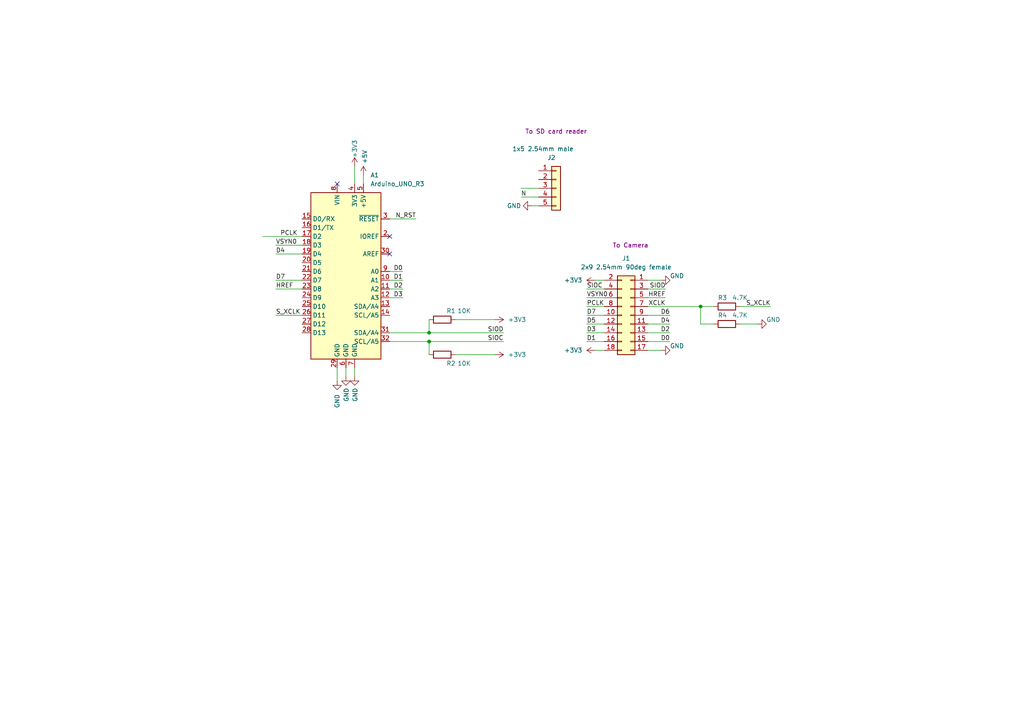
<source format=kicad_sch>
(kicad_sch (version 20211123) (generator eeschema)
  (paper "A4")
  (lib_symbols
    (symbol "Connector_Generic:Conn_01x05" (pin_names (offset 1.016) hide)
      (property "Reference" "J" (at 0 7.62 0))
      (property "Value" "Conn_01x05" (at 0 -7.62 0))
      (symbol "Conn_01x05_1_1"
        (rectangle (start -1.27 -4.953) (end 0 -5.207) (stroke (width 0.1524)))
        (rectangle (start -1.27 -2.413) (end 0 -2.667) (stroke (width 0.1524)))
        (rectangle (start -1.27 0.127) (end 0 -0.127) (stroke (width 0.1524)))
        (rectangle (start -1.27 2.667) (end 0 2.413) (stroke (width 0.1524)))
        (rectangle (start -1.27 5.207) (end 0 4.953) (stroke (width 0.1524)))
        (rectangle (start -1.27 6.35) (end 1.27 -6.35) (stroke (width 0.254)) (fill (type background)))
        (pin passive line (at -5.08 5.08 0) (length 3.81) (name "Pin_1") (number "1"))
        (pin passive line (at -5.08 2.54 0) (length 3.81) (name "Pin_2") (number "2"))
        (pin passive line (at -5.08 0 0) (length 3.81) (name "Pin_3") (number "3"))
        (pin passive line (at -5.08 -2.54 0) (length 3.81) (name "Pin_4") (number "4"))
        (pin passive line (at -5.08 -5.08 0) (length 3.81) (name "Pin_5") (number "5"))
      )
    )
    (symbol "Connector_Generic:Conn_02x09_Odd_Even" (pin_names (offset 1.016) hide)
      (property "Reference" "J" (at 1.27 12.7 0))
      (property "Value" "Conn_02x09_Odd_Even" (at 1.27 -12.7 0))
      (symbol "Conn_02x09_Odd_Even_1_1"
        (rectangle (start -1.27 -10.033) (end 0 -10.287) (stroke (width 0.1524)))
        (rectangle (start -1.27 -7.493) (end 0 -7.747) (stroke (width 0.1524)))
        (rectangle (start -1.27 -4.953) (end 0 -5.207) (stroke (width 0.1524)))
        (rectangle (start -1.27 -2.413) (end 0 -2.667) (stroke (width 0.1524)))
        (rectangle (start -1.27 0.127) (end 0 -0.127) (stroke (width 0.1524)))
        (rectangle (start -1.27 2.667) (end 0 2.413) (stroke (width 0.1524)))
        (rectangle (start -1.27 5.207) (end 0 4.953) (stroke (width 0.1524)))
        (rectangle (start -1.27 7.747) (end 0 7.493) (stroke (width 0.1524)))
        (rectangle (start -1.27 10.287) (end 0 10.033) (stroke (width 0.1524)))
        (rectangle (start -1.27 11.43) (end 3.81 -11.43) (stroke (width 0.254)) (fill (type background)))
        (rectangle (start 3.81 -10.033) (end 2.54 -10.287) (stroke (width 0.1524)))
        (rectangle (start 3.81 -7.493) (end 2.54 -7.747) (stroke (width 0.1524)))
        (rectangle (start 3.81 -4.953) (end 2.54 -5.207) (stroke (width 0.1524)))
        (rectangle (start 3.81 -2.413) (end 2.54 -2.667) (stroke (width 0.1524)))
        (rectangle (start 3.81 0.127) (end 2.54 -0.127) (stroke (width 0.1524)))
        (rectangle (start 3.81 2.667) (end 2.54 2.413) (stroke (width 0.1524)))
        (rectangle (start 3.81 5.207) (end 2.54 4.953) (stroke (width 0.1524)))
        (rectangle (start 3.81 7.747) (end 2.54 7.493) (stroke (width 0.1524)))
        (rectangle (start 3.81 10.287) (end 2.54 10.033) (stroke (width 0.1524)))
        (pin passive line (at -5.08 10.16 0) (length 3.81) (name "Pin_1") (number "1"))
        (pin passive line (at 7.62 0 180) (length 3.81) (name "Pin_10") (number "10"))
        (pin passive line (at -5.08 -2.54 0) (length 3.81) (name "Pin_11") (number "11"))
        (pin passive line (at 7.62 -2.54 180) (length 3.81) (name "Pin_12") (number "12"))
        (pin passive line (at -5.08 -5.08 0) (length 3.81) (name "Pin_13") (number "13"))
        (pin passive line (at 7.62 -5.08 180) (length 3.81) (name "Pin_14") (number "14"))
        (pin passive line (at -5.08 -7.62 0) (length 3.81) (name "Pin_15") (number "15"))
        (pin passive line (at 7.62 -7.62 180) (length 3.81) (name "Pin_16") (number "16"))
        (pin passive line (at -5.08 -10.16 0) (length 3.81) (name "Pin_17") (number "17"))
        (pin passive line (at 7.62 -10.16 180) (length 3.81) (name "Pin_18") (number "18"))
        (pin passive line (at 7.62 10.16 180) (length 3.81) (name "Pin_2") (number "2"))
        (pin passive line (at -5.08 7.62 0) (length 3.81) (name "Pin_3") (number "3"))
        (pin passive line (at 7.62 7.62 180) (length 3.81) (name "Pin_4") (number "4"))
        (pin passive line (at -5.08 5.08 0) (length 3.81) (name "Pin_5") (number "5"))
        (pin passive line (at 7.62 5.08 180) (length 3.81) (name "Pin_6") (number "6"))
        (pin passive line (at -5.08 2.54 0) (length 3.81) (name "Pin_7") (number "7"))
        (pin passive line (at 7.62 2.54 180) (length 3.81) (name "Pin_8") (number "8"))
        (pin passive line (at -5.08 0 0) (length 3.81) (name "Pin_9") (number "9"))
      )
    )
    (symbol "Device:R" (pin_numbers hide) (pin_names (offset 0))
      (property "Reference" "R" (at 2.032 0 90))
      (property "Value" "R" (at 0 0 90))
      (symbol "R_0_1"
        (rectangle (start -1.016 -2.54) (end 1.016 2.54) (stroke (width 0.254)))
      )
      (symbol "R_1_1"
        (pin passive line (at 0 3.81 270) (length 1.27) (name "~") (number "1"))
        (pin passive line (at 0 -3.81 90) (length 1.27) (name "~") (number "2"))
      )
    )
    (symbol "MCU_Module:Arduino_UNO_R3"
      (property "Reference" "A" (at -10.16 23.495 0))
      (property "Value" "Arduino_UNO_R3" (at 5.08 -26.67 0))
      (symbol "Arduino_UNO_R3_0_1"
        (rectangle (start -10.16 22.86) (end 10.16 -25.4) (stroke (width 0.254)) (fill (type background)))
      )
      (symbol "Arduino_UNO_R3_1_1"
        (pin no_connect line (at -10.16 -20.32 0) (length 2.54) hide (name "NC") (number "1"))
        (pin bidirectional line (at 12.7 -2.54 180) (length 2.54) (name "A1") (number "10"))
        (pin bidirectional line (at 12.7 -5.08 180) (length 2.54) (name "A2") (number "11"))
        (pin bidirectional line (at 12.7 -7.62 180) (length 2.54) (name "A3") (number "12"))
        (pin bidirectional line (at 12.7 -10.16 180) (length 2.54) (name "SDA/A4") (number "13"))
        (pin bidirectional line (at 12.7 -12.7 180) (length 2.54) (name "SCL/A5") (number "14"))
        (pin bidirectional line (at -12.7 15.24 0) (length 2.54) (name "D0/RX") (number "15"))
        (pin bidirectional line (at -12.7 12.7 0) (length 2.54) (name "D1/TX") (number "16"))
        (pin bidirectional line (at -12.7 10.16 0) (length 2.54) (name "D2") (number "17"))
        (pin bidirectional line (at -12.7 7.62 0) (length 2.54) (name "D3") (number "18"))
        (pin bidirectional line (at -12.7 5.08 0) (length 2.54) (name "D4") (number "19"))
        (pin output line (at 12.7 10.16 180) (length 2.54) (name "IOREF") (number "2"))
        (pin bidirectional line (at -12.7 2.54 0) (length 2.54) (name "D5") (number "20"))
        (pin bidirectional line (at -12.7 0 0) (length 2.54) (name "D6") (number "21"))
        (pin bidirectional line (at -12.7 -2.54 0) (length 2.54) (name "D7") (number "22"))
        (pin bidirectional line (at -12.7 -5.08 0) (length 2.54) (name "D8") (number "23"))
        (pin bidirectional line (at -12.7 -7.62 0) (length 2.54) (name "D9") (number "24"))
        (pin bidirectional line (at -12.7 -10.16 0) (length 2.54) (name "D10") (number "25"))
        (pin bidirectional line (at -12.7 -12.7 0) (length 2.54) (name "D11") (number "26"))
        (pin bidirectional line (at -12.7 -15.24 0) (length 2.54) (name "D12") (number "27"))
        (pin bidirectional line (at -12.7 -17.78 0) (length 2.54) (name "D13") (number "28"))
        (pin power_in line (at -2.54 -27.94 90) (length 2.54) (name "GND") (number "29"))
        (pin input line (at 12.7 15.24 180) (length 2.54) (name "~{RESET}") (number "3"))
        (pin input line (at 12.7 5.08 180) (length 2.54) (name "AREF") (number "30"))
        (pin bidirectional line (at 12.7 -17.78 180) (length 2.54) (name "SDA/A4") (number "31"))
        (pin bidirectional line (at 12.7 -20.32 180) (length 2.54) (name "SCL/A5") (number "32"))
        (pin power_out line (at 2.54 25.4 270) (length 2.54) (name "3V3") (number "4"))
        (pin power_out line (at 5.08 25.4 270) (length 2.54) (name "+5V") (number "5"))
        (pin power_in line (at 0 -27.94 90) (length 2.54) (name "GND") (number "6"))
        (pin power_in line (at 2.54 -27.94 90) (length 2.54) (name "GND") (number "7"))
        (pin power_in line (at -2.54 25.4 270) (length 2.54) (name "VIN") (number "8"))
        (pin bidirectional line (at 12.7 0 180) (length 2.54) (name "A0") (number "9"))
      )
    )
    (symbol "power:+3V3" (power) (pin_names (offset 0))
      (property "Value" "+3V3" (at 0 3.556 0))
      (symbol "+3V3_0_1"
        (polyline (pts (xy -0.762 1.27) (xy 0 2.54)))
        (polyline (pts (xy 0 0) (xy 0 2.54)))
        (polyline (pts (xy 0 2.54) (xy 0.762 1.27)))
      )
      (symbol "+3V3_1_1"
        (pin power_in line (at 0 0 90) (length 0) hide (name "+3V3") (number "1"))
      )
    )
    (symbol "power:+5V" (power) (pin_names (offset 0))
      (property "Value" "+5V" (at 0 3.556 0))
      (symbol "+5V_0_1"
        (polyline (pts (xy -0.762 1.27) (xy 0 2.54)))
        (polyline (pts (xy 0 0) (xy 0 2.54)))
        (polyline (pts (xy 0 2.54) (xy 0.762 1.27)))
      )
      (symbol "+5V_1_1"
        (pin power_in line (at 0 0 90) (length 0) hide (name "+5V") (number "1"))
      )
    )
    (symbol "power:GND" (power) (pin_names (offset 0))
      (property "Value" "GND" (at 0 -3.81 0))
      (symbol "GND_0_1"
        (polyline (pts (xy 0 0) (xy 0 -1.27) (xy 1.27 -1.27) (xy 0 -2.54) (xy -1.27 -1.27) (xy 0 -1.27)))
      )
      (symbol "GND_1_1"
        (pin power_in line (at 0 0 270) (length 0) hide (name "GND") (number "1"))
      )
    )
  )
  (junction (at 124.46 99.06))
  (junction (at 124.46 96.52))
  (junction (at 203.2 88.9))
  (no_connect (at 113.03 73.66))
  (no_connect (at 113.03 68.58))
  (no_connect (at 97.79 53.34))
  (wire (pts (xy 187.96 83.82) (xy 193.04 83.82)))
  (wire (pts (xy 214.63 88.9) (xy 223.52 88.9)))
  (wire (pts (xy 113.03 78.74) (xy 116.84 78.74)))
  (wire (pts (xy 97.79 106.68) (xy 97.79 110.49)))
  (wire (pts (xy 113.03 83.82) (xy 116.84 83.82)))
  (wire (pts (xy 170.18 83.82) (xy 175.26 83.82)))
  (wire (pts (xy 207.01 93.98) (xy 203.2 93.98)))
  (wire (pts (xy 113.03 81.28) (xy 116.84 81.28)))
  (wire (pts (xy 187.96 91.44) (xy 194.31 91.44)))
  (wire (pts (xy 170.18 93.98) (xy 175.26 93.98)))
  (wire (pts (xy 124.46 99.06) (xy 146.05 99.06)))
  (wire (pts (xy 156.21 57.15) (xy 151.13 57.15)))
  (wire (pts (xy 170.18 88.9) (xy 175.26 88.9)))
  (wire (pts (xy 102.87 53.34) (xy 102.87 48.26)))
  (wire (pts (xy 187.96 96.52) (xy 194.31 96.52)))
  (wire (pts (xy 187.96 81.28) (xy 191.77 81.28)))
  (wire (pts (xy 105.41 50.8) (xy 105.41 53.34)))
  (wire (pts (xy 100.33 109.22) (xy 100.33 106.68)))
  (wire (pts (xy 170.18 99.06) (xy 175.26 99.06)))
  (wire (pts (xy 80.01 83.82) (xy 87.63 83.82)))
  (wire (pts (xy 132.08 92.71) (xy 143.51 92.71)))
  (wire (pts (xy 113.03 96.52) (xy 124.46 96.52)))
  (wire (pts (xy 170.18 96.52) (xy 175.26 96.52)))
  (wire (pts (xy 214.63 93.98) (xy 219.71 93.98)))
  (wire (pts (xy 76.2 68.58) (xy 87.63 68.58)))
  (wire (pts (xy 113.03 63.5) (xy 120.65 63.5)))
  (wire (pts (xy 113.03 99.06) (xy 124.46 99.06)))
  (wire (pts (xy 80.01 91.44) (xy 87.63 91.44)))
  (wire (pts (xy 187.96 93.98) (xy 194.31 93.98)))
  (wire (pts (xy 203.2 88.9) (xy 207.01 88.9)))
  (wire (pts (xy 170.18 86.36) (xy 175.26 86.36)))
  (wire (pts (xy 80.01 71.12) (xy 87.63 71.12)))
  (wire (pts (xy 132.08 102.87) (xy 143.51 102.87)))
  (wire (pts (xy 80.01 81.28) (xy 87.63 81.28)))
  (wire (pts (xy 187.96 99.06) (xy 194.31 99.06)))
  (wire (pts (xy 203.2 88.9) (xy 203.2 93.98)))
  (wire (pts (xy 80.01 73.66) (xy 87.63 73.66)))
  (wire (pts (xy 102.87 109.22) (xy 102.87 106.68)))
  (wire (pts (xy 187.96 86.36) (xy 193.04 86.36)))
  (wire (pts (xy 172.72 101.6) (xy 175.26 101.6)))
  (wire (pts (xy 187.96 101.6) (xy 191.77 101.6)))
  (wire (pts (xy 170.18 91.44) (xy 175.26 91.44)))
  (wire (pts (xy 124.46 92.71) (xy 124.46 96.52)))
  (wire (pts (xy 187.96 88.9) (xy 203.2 88.9)))
  (wire (pts (xy 172.72 81.28) (xy 175.26 81.28)))
  (wire (pts (xy 154.305 59.69) (xy 156.21 59.69)))
  (wire (pts (xy 124.46 99.06) (xy 124.46 102.87)))
  (wire (pts (xy 156.21 54.61) (xy 151.13 54.61)))
  (wire (pts (xy 113.03 86.36) (xy 116.84 86.36)))
  (wire (pts (xy 124.46 96.52) (xy 146.05 96.52)))
  (label "D7" (at 170.18 91.44 0))
  (label "D7" (at 80.01 81.28 0))
  (label "SIOD" (at 193.04 83.82 180))
  (label "HREF" (at 80.01 83.82 0))
  (label "D2" (at 194.31 96.52 180))
  (label "SIOC" (at 170.18 83.82 0))
  (label "D1" (at 170.18 99.06 0))
  (label "D4" (at 80.01 73.66 0))
  (label "D0" (at 194.31 99.06 180))
  (label "D2" (at 116.84 83.82 180))
  (label "SIOD" (at 146.05 96.52 180))
  (label "S_XCLK" (at 223.52 88.9 180))
  (label "N_RST" (at 120.65 63.5 180))
  (label "D3" (at 170.18 96.52 0))
  (label "PCLK" (at 170.18 88.9 0))
  (label "D6" (at 194.31 91.44 180))
  (label "VSYN0" (at 170.18 86.36 0))
  (label "D0" (at 116.84 78.74 180))
  (label "HREF" (at 193.04 86.36 180))
  (label "D5" (at 170.18 93.98 0))
  (label "D1" (at 116.84 81.28 180))
  (label "XCLK" (at 193.04 88.9 180))
  (label "N" (at 151.13 57.15 0))
  (label "D3" (at 116.84 86.36 180))
  (label "VSYN0" (at 80.01 71.12 0))
  (label "PCLK" (at 81.28 68.58 0))
  (label "SIOC" (at 146.05 99.06 180))
  (label "D4" (at 194.31 93.98 180))
  (label "S_XCLK" (at 80.01 91.44 0))
  (symbol (lib_id "power:GND") (at 100.33 109.22 0) (unit 1)
    (property "Reference" "#PWR03" (effects hide))
    (property "Value" "GND" (at 100.457 112.4712 90) (effects (justify right)))
  )
  (symbol (lib_id "power:GND") (at 102.87 109.22 0) (unit 1)
    (property "Reference" "#PWR02" (effects hide))
    (property "Value" "GND" (at 102.997 112.4712 90) (effects (justify right)))
  )
  (symbol (lib_id "power:+5V") (at 105.41 50.8 0) (unit 1)
    (property "Reference" "#PWR0102" (effects hide))
    (property "Value" "+5V" (at 105.791 47.5488 90) (effects (justify left)))
  )
  (symbol (lib_id "Device:R") (at 210.82 88.9 90) (unit 1)
    (property "Reference" "R3" (at 209.55 86.36 90))
    (property "Value" "4.7K" (at 214.63 86.36 90))
    (property "Footprint" "For_Rasterboard:R_Axial_DIN0207_L6.3mm_D2.5mm_P7.62mm_Horizontal" (effects hide))
  )
  (symbol (lib_id "power:GND") (at 154.305 59.69 270) (unit 1)
    (property "Reference" "#PWR05" (effects hide))
    (property "Value" "GND" (at 151.13 59.6899 90) (effects (justify right)))
  )
  (symbol (lib_id "power:GND") (at 191.77 81.28 90) (unit 1)
    (property "Reference" "#PWR0101" (effects hide))
    (property "Value" "GND" (at 194.31 80.01 90) (effects (justify right)))
  )
  (symbol (lib_id "MCU_Module:Arduino_UNO_R3") (at 100.33 78.74 0) (unit 1)
    (property "Reference" "A1" (at 107.4294 50.8 0) (effects (justify left)))
    (property "Value" "Arduino_UNO_R3" (at 107.4294 53.34 0) (effects (justify left)))
    (property "Footprint" "For_Rasterboard:Arduino_UNO_R3_WithMountingHoles_Snapped_to_P2.54mm" (effects hide))
    (property "Datasheet" "https://www.arduino.cc/en/Main/arduinoBoardUno" (effects hide))
  )
  (symbol (lib_id "Device:R") (at 210.82 93.98 90) (unit 1)
    (property "Reference" "R4" (at 209.55 91.44 90))
    (property "Value" "4.7K" (at 214.63 91.44 90))
    (property "Footprint" "For_Rasterboard:R_Axial_DIN0207_L6.3mm_D2.5mm_P7.62mm_Horizontal" (effects hide))
  )
  (symbol (lib_id "Device:R") (at 128.27 102.87 270) (unit 1)
    (property "Reference" "R2" (at 130.81 105.41 90))
    (property "Value" "10K" (at 134.62 105.41 90))
    (property "Footprint" "For_Rasterboard:R_Axial_DIN0207_L6.3mm_D2.5mm_P7.62mm_Horizontal" (effects hide))
  )
  (symbol (lib_id "power:GND") (at 191.77 101.6 90) (unit 1)
    (property "Reference" "#PWR?" (effects hide))
    (property "Value" "GND" (at 194.31 100.33 90) (effects (justify right)))
  )
  (symbol (lib_id "power:+3V3") (at 172.72 81.28 90) (unit 1)
    (property "Reference" "#PWR04" (effects hide))
    (property "Value" "+3V3" (at 168.91 81.2799 90) (effects (justify left)))
  )
  (symbol (lib_id "power:GND") (at 97.79 110.49 0) (unit 1)
    (property "Reference" "#PWR0103" (effects hide))
    (property "Value" "GND" (at 97.7901 114.3 90) (effects (justify right)))
  )
  (symbol (lib_id "Connector_Generic:Conn_02x09_Odd_Even") (at 182.88 91.44 0) (mirror y) (unit 1)
    (property "Reference" "J1" (at 181.61 74.93 0))
    (property "Value" "2x9 2.54mm 90deg female" (at 181.61 77.47 0))
    (property "Footprint" "Connector_PinSocket_2.54mm:PinSocket_2x09_P2.54mm_Vertical" (effects hide))
    (property "Comment" "To Camera" (at 182.88 71.12 0))
  )
  (symbol (lib_id "power:+3V3") (at 143.51 92.71 270) (unit 1)
    (property "Reference" "#PWR?" (effects hide))
    (property "Value" "+3V3" (at 147.32 92.71 90) (effects (justify left)))
  )
  (symbol (lib_id "power:GND") (at 219.71 93.98 90) (unit 1)
    (property "Reference" "#PWR?" (effects hide))
    (property "Value" "GND" (at 222.25 92.71 90) (effects (justify right)))
  )
  (symbol (lib_id "Connector_Generic:Conn_01x05") (at 161.29 54.61 0) (unit 1)
    (property "Reference" "J2" (at 158.75 45.72 0) (effects (justify left)))
    (property "Value" "1x5 2.54mm male" (at 148.59 43.18 0) (effects (justify left)))
    (property "Footprint" "Connector_PinSocket_2.54mm:PinSocket_1x05_P2.54mm_Vertical" (effects hide))
    (property "Comment" "To SD card reader" (at 161.29 38.1 0))
  )
  (symbol (lib_id "power:+3V3") (at 172.72 101.6 90) (unit 1)
    (property "Reference" "#PWR?" (effects hide))
    (property "Value" "+3V3" (at 168.91 101.5999 90) (effects (justify left)))
  )
  (symbol (lib_id "Device:R") (at 128.27 92.71 90) (unit 1)
    (property "Reference" "R1" (at 130.81 90.17 90))
    (property "Value" "10K" (at 134.62 90.17 90))
    (property "Footprint" "For_Rasterboard:R_Axial_DIN0207_L6.3mm_D2.5mm_P7.62mm_Horizontal" (effects hide))
  )
  (symbol (lib_id "power:+3V3") (at 102.87 48.26 0) (unit 1)
    (property "Reference" "#PWR01" (effects hide))
    (property "Value" "+3V3" (at 102.87 43.18 90))
  )
  (symbol (lib_id "power:+3V3") (at 143.51 102.87 270) (unit 1)
    (property "Reference" "#PWR?" (effects hide))
    (property "Value" "+3V3" (at 147.32 102.8699 90) (effects (justify left)))
  )
)
</source>
